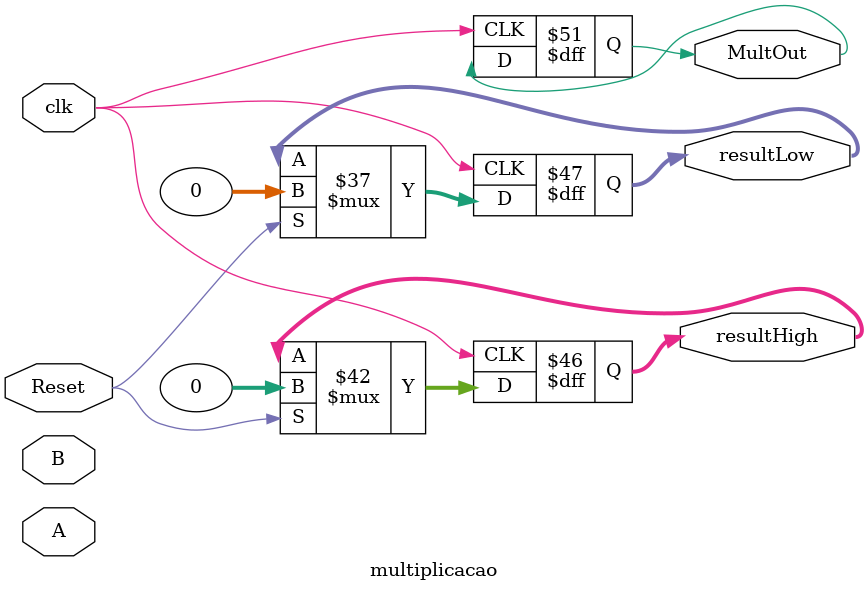
<source format=sv>
module multiplicacao (A, B, resultHigh, resultLow, MultOut, clk, Reset);

input [31:0] A, B;
input clk, Reset;
output reg [31:0] resultHigh, resultLow;
reg [64:0] Add, Sub, Produto;
output reg MultOut;
reg [4:0] contador;
reg MultIn;

//initial begin
//	MultIn <= 1'b1;
//end

always @(negedge clk) begin
MultIn <= 1'b1;

if (Reset) begin

resultHigh <= 32'b0;
resultLow <= 32'b0;

end

else if (MultIn == 1) begin

Add         <= {A, 33'b0};
Sub         <= {-A, 33'b0};
Produto     <= {1'b0, B, 1'b0};
contador    <= 5'b0;
MultIn      <= 1'b0;
end

case (Produto[64:63])

2'b01: begin
Produto <= Produto + Add;
end

2'b10: begin
Produto <= Produto + Sub;
end
endcase

Produto[63:0] <= Produto[63:0] >> 1;
contador      <= contador + 1;

if (contador == 32) begin
resultHigh  <= Produto[64:33];
resultLow   <= Produto[32:1];
MultOut     <= 1'b1;
contador    <= 5'b0;
end

end

endmodule

</source>
